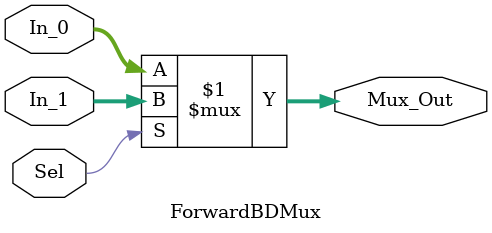
<source format=v>
`timescale 1ns / 1ps

module ForwardBDMux(
    input Sel,
    input [31:0] In_0,
    input [31:0] In_1,
    output [31:0] Mux_Out
    );
    assign Mux_Out = Sel ? In_1 : In_0;
endmodule

</source>
